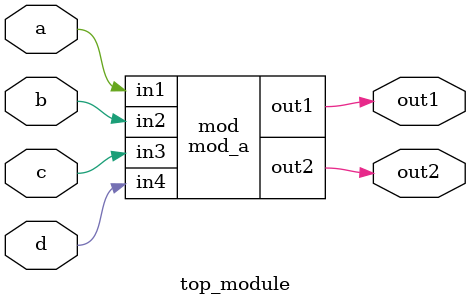
<source format=v>
module mod_a(
	output out1, out2,
	input in1,in2,in3,in4);
	assign out1 = in1 & in2 & in3 & in4; 	//这只是一个简单的示例
	assign out2 = in1 | in2 | in3 | in4;	//这只是一个简单的示例
endmodule


module top_module( 
    input a, 
    input b, 
    input c,
    input d,
    output out1,
    output out2
);
// 请用户在下方编辑代码
    mod_a mod(.in1(a), .in2(b), .in3(c), .in4(d), .out1(out1), .out2(out2));  
// 用户编辑到此为止
endmodule
</source>
